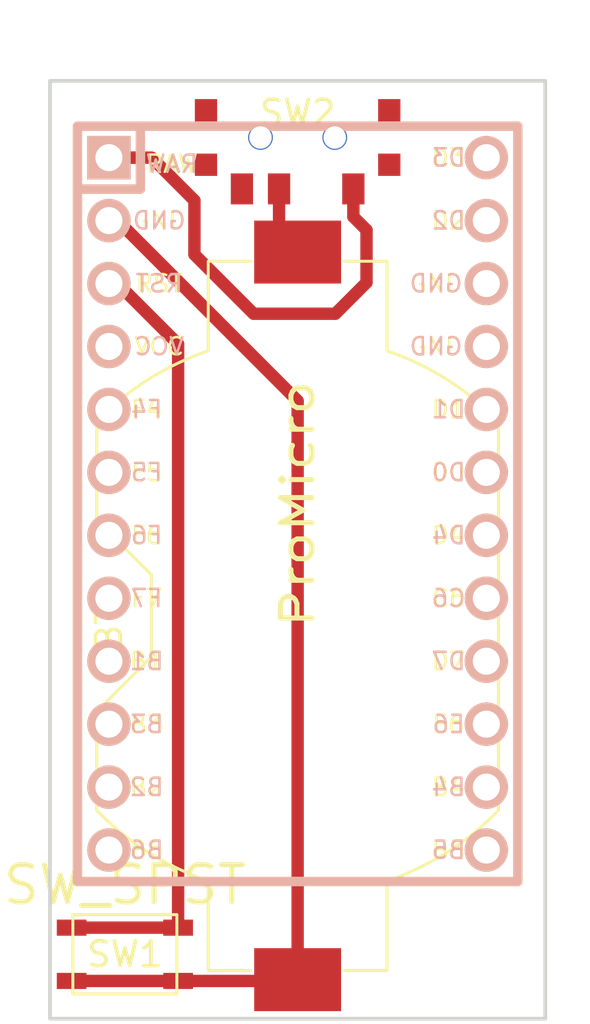
<source format=kicad_pcb>
(kicad_pcb (version 20171130) (host pcbnew "(5.0.0)")

  (general
    (thickness 1.6)
    (drawings 4)
    (tracks 24)
    (zones 0)
    (modules 4)
    (nets 5)
  )

  (page A4)
  (layers
    (0 F.Cu signal)
    (31 B.Cu signal)
    (32 B.Adhes user)
    (33 F.Adhes user)
    (34 B.Paste user)
    (35 F.Paste user)
    (36 B.SilkS user)
    (37 F.SilkS user)
    (38 B.Mask user)
    (39 F.Mask user)
    (40 Dwgs.User user)
    (41 Cmts.User user)
    (42 Eco1.User user)
    (43 Eco2.User user)
    (44 Edge.Cuts user)
    (45 Margin user)
    (46 B.CrtYd user)
    (47 F.CrtYd user)
    (48 B.Fab user)
    (49 F.Fab user)
  )

  (setup
    (last_trace_width 0.25)
    (user_trace_width 0.5)
    (trace_clearance 0.2)
    (zone_clearance 0.508)
    (zone_45_only no)
    (trace_min 0.2)
    (segment_width 0.2)
    (edge_width 0.15)
    (via_size 0.8)
    (via_drill 0.4)
    (via_min_size 0.4)
    (via_min_drill 0.3)
    (uvia_size 0.3)
    (uvia_drill 0.1)
    (uvias_allowed no)
    (uvia_min_size 0.2)
    (uvia_min_drill 0.1)
    (pcb_text_width 0.3)
    (pcb_text_size 1.5 1.5)
    (mod_edge_width 0.15)
    (mod_text_size 1 1)
    (mod_text_width 0.15)
    (pad_size 1.524 1.524)
    (pad_drill 0.762)
    (pad_to_mask_clearance 0.2)
    (aux_axis_origin 0 0)
    (visible_elements 7FFFFFFF)
    (pcbplotparams
      (layerselection 0x010fc_ffffffff)
      (usegerberextensions false)
      (usegerberattributes false)
      (usegerberadvancedattributes false)
      (creategerberjobfile false)
      (excludeedgelayer true)
      (linewidth 0.100000)
      (plotframeref false)
      (viasonmask false)
      (mode 1)
      (useauxorigin false)
      (hpglpennumber 1)
      (hpglpenspeed 20)
      (hpglpendiameter 15.000000)
      (psnegative false)
      (psa4output false)
      (plotreference true)
      (plotvalue true)
      (plotinvisibletext false)
      (padsonsilk false)
      (subtractmaskfromsilk false)
      (outputformat 1)
      (mirror false)
      (drillshape 0)
      (scaleselection 1)
      (outputdirectory "gerber/"))
  )

  (net 0 "")
  (net 1 GND)
  (net 2 "Net-(BT1-Pad1)")
  (net 3 "Net-(SW1-Pad1)")
  (net 4 "Net-(SW2-Pad1)")

  (net_class Default "This is the default net class."
    (clearance 0.2)
    (trace_width 0.25)
    (via_dia 0.8)
    (via_drill 0.4)
    (uvia_dia 0.3)
    (uvia_drill 0.1)
    (add_net GND)
    (add_net "Net-(BT1-Pad1)")
    (add_net "Net-(SW1-Pad1)")
    (add_net "Net-(SW2-Pad1)")
  )

  (net_class power ""
    (clearance 0.2)
    (trace_width 0.5)
    (via_dia 0.8)
    (via_drill 0.4)
    (uvia_dia 0.3)
    (uvia_drill 0.1)
  )

  (module footprints:SW_TACT_TS-1145A_C318904 (layer F.Cu) (tedit 5DCD763B) (tstamp 5E72BBB9)
    (at 121.294 96.207)
    (descr "Low-profile SMD Tactile Switch, https://www.e-switch.com/system/asset/product_line/data_sheet/165/TL3342.pdf")
    (tags "SPST Tactile Switch")
    (path /5E678E14)
    (attr smd)
    (fp_text reference SW1 (at 0 0) (layer F.SilkS)
      (effects (font (size 1 1) (thickness 0.15)))
    )
    (fp_text value SW_SPST (at 0 -2.8) (layer F.SilkS)
      (effects (font (size 1.5 1.5) (thickness 0.2)))
    )
    (fp_text user %R (at 0 0) (layer F.Fab)
      (effects (font (size 1 1) (thickness 0.15)))
    )
    (fp_line (start 2.1 -1.6) (end 2.1 1.6) (layer F.SilkS) (width 0.12))
    (fp_line (start -2.1 1.6) (end 2.1 1.6) (layer F.SilkS) (width 0.12))
    (fp_line (start -2.1 -1.6) (end -2.1 1.6) (layer F.SilkS) (width 0.12))
    (fp_line (start -2.1 -1.6) (end 2.1 -1.6) (layer F.SilkS) (width 0.12))
    (fp_line (start -3 -2) (end 3 -2) (layer F.CrtYd) (width 0.05))
    (fp_line (start 3 2) (end -3 2) (layer F.CrtYd) (width 0.05))
    (fp_line (start -3 2) (end -3 -4) (layer F.CrtYd) (width 0.05))
    (fp_line (start 3 -4) (end 3 2) (layer F.CrtYd) (width 0.05))
    (fp_line (start -3 -4) (end 3 -4) (layer F.CrtYd) (width 0.05))
    (pad 1 smd rect (at -2.15 -1.075) (size 1.2 0.65) (layers F.Cu F.Paste F.Mask)
      (net 3 "Net-(SW1-Pad1)"))
    (pad 1 smd rect (at 2.15 -1.075) (size 1.2 0.65) (layers F.Cu F.Paste F.Mask)
      (net 3 "Net-(SW1-Pad1)"))
    (pad 2 smd rect (at -2.15 1.075) (size 1.2 0.65) (layers F.Cu F.Paste F.Mask)
      (net 1 GND))
    (pad 2 smd rect (at 2.15 1.075) (size 1.2 0.65) (layers F.Cu F.Paste F.Mask)
      (net 1 GND))
    (model ${KISYS3DMOD}/Buttons_Switches_SMD.3dshapes/SW_SPST_TL3342.wrl
      (at (xyz 0 0 0))
      (scale (xyz 1 1 1))
      (rotate (xyz 0 0 0))
    )
  )

  (module footprints:Pro_Micro (layer F.Cu) (tedit 59284601) (tstamp 5E72BC3B)
    (at 128.27 76.506)
    (path /5E678A9E)
    (fp_text reference U1 (at 0.508 -14.732) (layer Eco1.User)
      (effects (font (size 1.27 1.524) (thickness 0.2032)))
    )
    (fp_text value ProMicro (at 0 1.524 90) (layer F.SilkS)
      (effects (font (size 1.27 1.524) (thickness 0.2032)))
    )
    (fp_line (start -6.35 -11.176) (end -8.89 -11.176) (layer B.SilkS) (width 0.381))
    (fp_line (start -6.35 -13.716) (end -6.35 -11.176) (layer B.SilkS) (width 0.381))
    (fp_line (start 8.89 16.764) (end 8.89 -13.716) (layer B.SilkS) (width 0.381))
    (fp_line (start -8.89 16.764) (end 8.89 16.764) (layer B.SilkS) (width 0.381))
    (fp_line (start -8.89 -13.716) (end -8.89 16.764) (layer B.SilkS) (width 0.381))
    (fp_line (start 8.89 -13.716) (end -8.89 -13.716) (layer B.SilkS) (width 0.381))
    (fp_text user RAW (at -5.08 -12.192) (layer B.SilkS)
      (effects (font (size 0.7 0.7) (thickness 0.1)) (justify mirror))
    )
    (fp_text user GND (at -5.588 -9.906) (layer B.SilkS)
      (effects (font (size 0.7 0.7) (thickness 0.1)) (justify mirror))
    )
    (fp_text user RST (at -5.588 -7.366) (layer B.SilkS)
      (effects (font (size 0.7 0.7) (thickness 0.1)) (justify mirror))
    )
    (fp_text user VCC (at -5.588 -4.826) (layer B.SilkS)
      (effects (font (size 0.7 0.7) (thickness 0.1)) (justify mirror))
    )
    (fp_text user F4 (at -6.096 -2.286) (layer B.SilkS)
      (effects (font (size 0.7 0.7) (thickness 0.1)) (justify mirror))
    )
    (fp_text user F5 (at -6.096 0.254) (layer B.SilkS)
      (effects (font (size 0.7 0.7) (thickness 0.1)) (justify mirror))
    )
    (fp_text user F7 (at -6.096 5.334) (layer B.SilkS)
      (effects (font (size 0.7 0.7) (thickness 0.1)) (justify mirror))
    )
    (fp_text user F6 (at -6.096 2.794) (layer B.SilkS)
      (effects (font (size 0.7 0.7) (thickness 0.1)) (justify mirror))
    )
    (fp_text user B1 (at -6.096 7.874) (layer B.SilkS)
      (effects (font (size 0.7 0.7) (thickness 0.1)) (justify mirror))
    )
    (fp_text user B3 (at -6.096 10.414) (layer B.SilkS)
      (effects (font (size 0.7 0.7) (thickness 0.1)) (justify mirror))
    )
    (fp_text user B2 (at -6.096 12.954) (layer B.SilkS)
      (effects (font (size 0.7 0.7) (thickness 0.1)) (justify mirror))
    )
    (fp_text user B6 (at -6.096 15.494) (layer B.SilkS)
      (effects (font (size 0.7 0.7) (thickness 0.1)) (justify mirror))
    )
    (fp_text user D3 (at 6.096 -12.446) (layer B.SilkS)
      (effects (font (size 0.7 0.7) (thickness 0.1)) (justify mirror))
    )
    (fp_text user D2 (at 6.096 -9.906) (layer B.SilkS)
      (effects (font (size 0.7 0.7) (thickness 0.1)) (justify mirror))
    )
    (fp_text user GND (at 5.588 -7.366) (layer B.SilkS)
      (effects (font (size 0.7 0.7) (thickness 0.1)) (justify mirror))
    )
    (fp_text user GND (at 5.588 -4.826) (layer B.SilkS)
      (effects (font (size 0.7 0.7) (thickness 0.1)) (justify mirror))
    )
    (fp_text user D1 (at 6.096 -2.286) (layer B.SilkS)
      (effects (font (size 0.7 0.7) (thickness 0.1)) (justify mirror))
    )
    (fp_text user D0 (at 6.096 0.254) (layer B.SilkS)
      (effects (font (size 0.7 0.7) (thickness 0.1)) (justify mirror))
    )
    (fp_text user D4 (at 6.096 2.794) (layer B.SilkS)
      (effects (font (size 0.7 0.7) (thickness 0.1)) (justify mirror))
    )
    (fp_text user C6 (at 6.096 5.334) (layer B.SilkS)
      (effects (font (size 0.7 0.7) (thickness 0.1)) (justify mirror))
    )
    (fp_text user D7 (at 6.096 7.874) (layer B.SilkS)
      (effects (font (size 0.7 0.7) (thickness 0.1)) (justify mirror))
    )
    (fp_text user E6 (at 6.096 10.414) (layer B.SilkS)
      (effects (font (size 0.7 0.7) (thickness 0.1)) (justify mirror))
    )
    (fp_text user B4 (at 6.096 12.954) (layer B.SilkS)
      (effects (font (size 0.7 0.7) (thickness 0.1)) (justify mirror))
    )
    (fp_text user B5 (at 6.096 15.494) (layer B.SilkS)
      (effects (font (size 0.7 0.7) (thickness 0.1)) (justify mirror))
    )
    (fp_text user B5 (at 6.096 15.494) (layer F.SilkS)
      (effects (font (size 0.7 0.7) (thickness 0.1)))
    )
    (fp_text user B4 (at 6.096 12.954) (layer F.SilkS)
      (effects (font (size 0.7 0.7) (thickness 0.1)))
    )
    (fp_text user E6 (at 6.096 10.414) (layer F.SilkS)
      (effects (font (size 0.7 0.7) (thickness 0.1)))
    )
    (fp_text user D7 (at 6.096 7.874) (layer F.SilkS)
      (effects (font (size 0.7 0.7) (thickness 0.1)))
    )
    (fp_text user C6 (at 6.096 5.334) (layer F.SilkS)
      (effects (font (size 0.7 0.7) (thickness 0.1)))
    )
    (fp_text user D4 (at 6.096 2.794) (layer F.SilkS)
      (effects (font (size 0.7 0.7) (thickness 0.1)))
    )
    (fp_text user D0 (at 6.096 0.254) (layer F.SilkS)
      (effects (font (size 0.7 0.7) (thickness 0.1)))
    )
    (fp_text user D1 (at 6.096 -2.286) (layer F.SilkS)
      (effects (font (size 0.7 0.7) (thickness 0.1)))
    )
    (fp_text user GND (at 5.588 -4.826) (layer F.SilkS)
      (effects (font (size 0.7 0.7) (thickness 0.1)))
    )
    (fp_text user GND (at 5.588 -7.366) (layer F.SilkS)
      (effects (font (size 0.7 0.7) (thickness 0.1)))
    )
    (fp_text user D2 (at 6.096 -9.906) (layer F.SilkS)
      (effects (font (size 0.7 0.7) (thickness 0.1)))
    )
    (fp_text user D3 (at 6.096 -12.446) (layer F.SilkS)
      (effects (font (size 0.7 0.7) (thickness 0.1)))
    )
    (fp_text user B6 (at -6.096 15.494) (layer F.SilkS)
      (effects (font (size 0.7 0.7) (thickness 0.1)))
    )
    (fp_text user B2 (at -6.096 12.954) (layer F.SilkS)
      (effects (font (size 0.7 0.7) (thickness 0.1)))
    )
    (fp_text user B3 (at -6.096 10.414) (layer F.SilkS)
      (effects (font (size 0.7 0.7) (thickness 0.1)))
    )
    (fp_text user B1 (at -6.096 7.874) (layer F.SilkS)
      (effects (font (size 0.7 0.7) (thickness 0.1)))
    )
    (fp_text user F6 (at -6.096 2.794) (layer F.SilkS)
      (effects (font (size 0.7 0.7) (thickness 0.1)))
    )
    (fp_text user F7 (at -6.096 5.334) (layer F.SilkS)
      (effects (font (size 0.7 0.7) (thickness 0.1)))
    )
    (fp_text user F5 (at -6.096 0.254) (layer F.SilkS)
      (effects (font (size 0.7 0.7) (thickness 0.1)))
    )
    (fp_text user F4 (at -6.096 -2.286) (layer F.SilkS)
      (effects (font (size 0.7 0.7) (thickness 0.1)))
    )
    (fp_text user VCC (at -5.588 -4.826) (layer F.SilkS)
      (effects (font (size 0.7 0.7) (thickness 0.1)))
    )
    (fp_text user RST (at -5.588 -7.366) (layer F.SilkS)
      (effects (font (size 0.7 0.7) (thickness 0.1)))
    )
    (fp_text user GND (at -5.588 -9.906) (layer F.SilkS)
      (effects (font (size 0.7 0.7) (thickness 0.1)))
    )
    (fp_text user RAW (at -5.08 -12.192) (layer F.SilkS)
      (effects (font (size 0.7 0.7) (thickness 0.1)))
    )
    (fp_line (start 8.89 -13.716) (end -8.89 -13.716) (layer F.SilkS) (width 0.381))
    (fp_line (start -8.89 -13.716) (end -8.89 16.764) (layer F.SilkS) (width 0.381))
    (fp_line (start -8.89 16.764) (end 8.89 16.764) (layer F.SilkS) (width 0.381))
    (fp_line (start 8.89 16.764) (end 8.89 -13.716) (layer F.SilkS) (width 0.381))
    (fp_line (start -6.35 -13.716) (end -6.35 -11.176) (layer F.SilkS) (width 0.381))
    (fp_line (start -6.35 -11.176) (end -8.89 -11.176) (layer F.SilkS) (width 0.381))
    (pad 1 thru_hole rect (at -7.62 -12.446 270) (size 1.7526 1.7526) (drill 1.0922) (layers *.Cu *.SilkS *.Mask)
      (net 4 "Net-(SW2-Pad1)"))
    (pad 2 thru_hole circle (at -7.62 -9.906 270) (size 1.7526 1.7526) (drill 1.0922) (layers *.Cu *.SilkS *.Mask)
      (net 1 GND))
    (pad 3 thru_hole circle (at -7.62 -7.366 270) (size 1.7526 1.7526) (drill 1.0922) (layers *.Cu *.SilkS *.Mask)
      (net 3 "Net-(SW1-Pad1)"))
    (pad 4 thru_hole circle (at -7.62 -4.826 270) (size 1.7526 1.7526) (drill 1.0922) (layers *.Cu *.SilkS *.Mask))
    (pad 5 thru_hole circle (at -7.62 -2.286 270) (size 1.7526 1.7526) (drill 1.0922) (layers *.Cu *.SilkS *.Mask))
    (pad 6 thru_hole circle (at -7.62 0.254 270) (size 1.7526 1.7526) (drill 1.0922) (layers *.Cu *.SilkS *.Mask))
    (pad 7 thru_hole circle (at -7.62 2.794 270) (size 1.7526 1.7526) (drill 1.0922) (layers *.Cu *.SilkS *.Mask))
    (pad 8 thru_hole circle (at -7.62 5.334 270) (size 1.7526 1.7526) (drill 1.0922) (layers *.Cu *.SilkS *.Mask))
    (pad 9 thru_hole circle (at -7.62 7.874 270) (size 1.7526 1.7526) (drill 1.0922) (layers *.Cu *.SilkS *.Mask))
    (pad 10 thru_hole circle (at -7.62 10.414 270) (size 1.7526 1.7526) (drill 1.0922) (layers *.Cu *.SilkS *.Mask))
    (pad 11 thru_hole circle (at -7.62 12.954 270) (size 1.7526 1.7526) (drill 1.0922) (layers *.Cu *.SilkS *.Mask))
    (pad 12 thru_hole circle (at -7.62 15.494 270) (size 1.7526 1.7526) (drill 1.0922) (layers *.Cu *.SilkS *.Mask))
    (pad 24 thru_hole circle (at 7.62 15.494 270) (size 1.7526 1.7526) (drill 1.0922) (layers *.Cu *.SilkS *.Mask))
    (pad 23 thru_hole circle (at 7.62 12.954 270) (size 1.7526 1.7526) (drill 1.0922) (layers *.Cu *.SilkS *.Mask))
    (pad 22 thru_hole circle (at 7.62 10.414 270) (size 1.7526 1.7526) (drill 1.0922) (layers *.Cu *.SilkS *.Mask))
    (pad 21 thru_hole circle (at 7.62 7.874 270) (size 1.7526 1.7526) (drill 1.0922) (layers *.Cu *.SilkS *.Mask))
    (pad 20 thru_hole circle (at 7.62 5.334 270) (size 1.7526 1.7526) (drill 1.0922) (layers *.Cu *.SilkS *.Mask))
    (pad 19 thru_hole circle (at 7.62 2.794 270) (size 1.7526 1.7526) (drill 1.0922) (layers *.Cu *.SilkS *.Mask))
    (pad 18 thru_hole circle (at 7.62 0.254 270) (size 1.7526 1.7526) (drill 1.0922) (layers *.Cu *.SilkS *.Mask))
    (pad 17 thru_hole circle (at 7.62 -2.286 270) (size 1.7526 1.7526) (drill 1.0922) (layers *.Cu *.SilkS *.Mask))
    (pad 16 thru_hole circle (at 7.62 -4.826 270) (size 1.7526 1.7526) (drill 1.0922) (layers *.Cu *.SilkS *.Mask))
    (pad 15 thru_hole circle (at 7.62 -7.366 270) (size 1.7526 1.7526) (drill 1.0922) (layers *.Cu *.SilkS *.Mask))
    (pad 14 thru_hole circle (at 7.62 -9.906 270) (size 1.7526 1.7526) (drill 1.0922) (layers *.Cu *.SilkS *.Mask))
    (pad 13 thru_hole circle (at 7.62 -12.446 270) (size 1.7526 1.7526) (drill 1.0922) (layers *.Cu *.SilkS *.Mask))
  )

  (module E73:Keystone_1058_1x2032-CoinCell (layer F.Cu) (tedit 589EE147) (tstamp 5E730D59)
    (at 128.27 82.55 270)
    (descr http://www.keyelco.com/product-pdf.cfm?p=14028)
    (tags "Keystone type 1058 coin cell retainer")
    (path /5E678C16)
    (attr smd)
    (fp_text reference BT1 (at 0 7.62 270) (layer F.SilkS)
      (effects (font (size 1 1) (thickness 0.15)))
    )
    (fp_text value Battery_Cell (at 0 -9.398 270) (layer F.Fab)
      (effects (font (size 1 1) (thickness 0.15)))
    )
    (fp_arc (start 0 0) (end 11.06 4.11) (angle 139.2) (layer F.CrtYd) (width 0.05))
    (fp_arc (start 0 0) (end -11.06 -4.11) (angle 139.2) (layer F.CrtYd) (width 0.05))
    (fp_line (start 11.06 4.11) (end 16.45 4.11) (layer F.CrtYd) (width 0.05))
    (fp_line (start 16.45 4.11) (end 16.45 -4.11) (layer F.CrtYd) (width 0.05))
    (fp_line (start 16.45 -4.11) (end 11.06 -4.11) (layer F.CrtYd) (width 0.05))
    (fp_line (start -16.45 -4.11) (end -11.06 -4.11) (layer F.CrtYd) (width 0.05))
    (fp_line (start -16.45 -4.11) (end -16.45 4.11) (layer F.CrtYd) (width 0.05))
    (fp_line (start -16.45 4.11) (end -11.06 4.11) (layer F.CrtYd) (width 0.05))
    (fp_arc (start 0 0) (end -10.692 3.61) (angle -27.3) (layer F.SilkS) (width 0.12))
    (fp_arc (start 0 0) (end 10.692 -3.61) (angle -27.3) (layer F.SilkS) (width 0.12))
    (fp_arc (start 0 0) (end 10.692 3.61) (angle 27.3) (layer F.SilkS) (width 0.12))
    (fp_arc (start 0 0) (end -10.692 -3.61) (angle 27.3) (layer F.SilkS) (width 0.12))
    (fp_line (start -14.31 1.9) (end -14.31 3.61) (layer F.SilkS) (width 0.12))
    (fp_line (start -10.692 3.61) (end -14.31 3.61) (layer F.SilkS) (width 0.12))
    (fp_line (start -3.86 8.11) (end -7.8473 8.11) (layer F.SilkS) (width 0.12))
    (fp_line (start -1.66 5.91) (end -3.86 8.11) (layer F.SilkS) (width 0.12))
    (fp_line (start 1.66 5.91) (end -1.66 5.91) (layer F.SilkS) (width 0.12))
    (fp_line (start 1.66 5.91) (end 3.86 8.11) (layer F.SilkS) (width 0.12))
    (fp_line (start 7.8473 8.11) (end 3.86 8.11) (layer F.SilkS) (width 0.12))
    (fp_line (start 14.31 1.9) (end 14.31 3.61) (layer F.SilkS) (width 0.12))
    (fp_line (start 14.31 3.61) (end 10.692 3.61) (layer F.SilkS) (width 0.12))
    (fp_line (start 10.692 -3.61) (end 14.31 -3.61) (layer F.SilkS) (width 0.12))
    (fp_line (start 14.31 -1.9) (end 14.31 -3.61) (layer F.SilkS) (width 0.12))
    (fp_line (start -7.8473 -8.11) (end 7.8473 -8.11) (layer F.SilkS) (width 0.12))
    (fp_line (start -14.31 -1.9) (end -14.31 -3.61) (layer F.SilkS) (width 0.12))
    (fp_line (start -14.31 -3.61) (end -10.692 -3.61) (layer F.SilkS) (width 0.12))
    (fp_arc (start 0 0) (end -10.61275 3.5) (angle -27.4635) (layer F.Fab) (width 0.1))
    (fp_arc (start 0 0) (end 10.61275 -3.5) (angle -27.4635) (layer F.Fab) (width 0.1))
    (fp_arc (start 0 0) (end 10.61275 3.5) (angle 27.4635) (layer F.Fab) (width 0.1))
    (fp_line (start 14.2 1.9) (end 14.2 3.5) (layer F.Fab) (width 0.1))
    (fp_line (start 14.2 3.5) (end 10.61275 3.5) (layer F.Fab) (width 0.1))
    (fp_line (start 10.61275 -3.5) (end 14.2 -3.5) (layer F.Fab) (width 0.1))
    (fp_line (start 14.2 -3.5) (end 14.2 -1.9) (layer F.Fab) (width 0.1))
    (fp_line (start -14.2 1.9) (end -14.2 3.5) (layer F.Fab) (width 0.1))
    (fp_line (start -14.2 3.5) (end -10.61275 3.5) (layer F.Fab) (width 0.1))
    (fp_line (start 3.9 8) (end 7.8026 8) (layer F.Fab) (width 0.1))
    (fp_line (start 1.7 5.8) (end 3.9 8) (layer F.Fab) (width 0.1))
    (fp_line (start -1.7 5.8) (end -3.9 8) (layer F.Fab) (width 0.1))
    (fp_line (start -1.7 5.8) (end 1.7 5.8) (layer F.Fab) (width 0.1))
    (fp_line (start -14.2 -3.5) (end -10.61275 -3.5) (layer F.Fab) (width 0.1))
    (fp_line (start -14.2 -3.5) (end -14.2 -1.9) (layer F.Fab) (width 0.1))
    (fp_line (start -3.9 8) (end -7.8026 8) (layer F.Fab) (width 0.1))
    (fp_line (start -7.8026 -8) (end 7.8026 -8) (layer F.Fab) (width 0.1))
    (fp_arc (start 0 0) (end -10.61275 -3.5) (angle 27.4635) (layer F.Fab) (width 0.1))
    (fp_circle (center 0 0) (end 10 0) (layer Dwgs.User) (width 0.15))
    (pad 1 smd rect (at -14.68 0 270) (size 2.54 3.51) (layers F.Cu F.Paste F.Mask)
      (net 2 "Net-(BT1-Pad1)"))
    (pad 2 smd rect (at 14.68 0 270) (size 2.54 3.51) (layers F.Cu F.Paste F.Mask)
      (net 1 GND))
  )

  (module E73:SPDT_C128955 (layer F.Cu) (tedit 5AC041DC) (tstamp 5E730D8B)
    (at 128.27 63.246)
    (path /5E678B23)
    (fp_text reference SW2 (at 0 -1) (layer F.SilkS)
      (effects (font (size 1 1) (thickness 0.15)))
    )
    (fp_text value SW_SPDT (at -0.05 -4.7) (layer F.Fab)
      (effects (font (size 1 1) (thickness 0.15)))
    )
    (fp_line (start 0 -3.85) (end 1.9 -3.85) (layer F.Fab) (width 0.15))
    (fp_line (start 1.9 -3.85) (end 1.95 -1.35) (layer F.Fab) (width 0.15))
    (fp_line (start 1.95 -1.35) (end -1.95 -1.35) (layer F.Fab) (width 0.15))
    (fp_line (start -1.95 -1.35) (end -1.95 -3.85) (layer F.Fab) (width 0.15))
    (fp_line (start -1.95 -3.85) (end 0 -3.85) (layer F.Fab) (width 0.15))
    (fp_line (start 0 -1.35) (end -3.3 -1.35) (layer F.Fab) (width 0.15))
    (fp_line (start -3.3 -1.35) (end -3.3 1.5) (layer F.Fab) (width 0.15))
    (fp_line (start -3.3 1.5) (end 3.3 1.5) (layer F.Fab) (width 0.15))
    (fp_line (start 3.3 1.5) (end 3.3 -1.35) (layer F.Fab) (width 0.15))
    (fp_line (start 0 -1.35) (end 3.3 -1.35) (layer F.Fab) (width 0.15))
    (pad "" np_thru_hole circle (at 1.5 0) (size 1 1) (drill 0.9) (layers *.Cu *.Mask))
    (pad "" np_thru_hole circle (at -1.5 0) (size 1 1) (drill 0.9) (layers *.Cu *.Mask))
    (pad 2 smd rect (at -0.75 2.075) (size 0.9 1.25) (layers F.Cu F.Paste F.Mask)
      (net 2 "Net-(BT1-Pad1)"))
    (pad 3 smd rect (at -2.25 2.075) (size 0.9 1.25) (layers F.Cu F.Paste F.Mask))
    (pad 1 smd rect (at 2.25 2.075) (size 0.9 1.25) (layers F.Cu F.Paste F.Mask)
      (net 4 "Net-(SW2-Pad1)"))
    (pad 0 smd rect (at 3.7 -1.1) (size 0.9 0.9) (layers F.Cu F.Paste F.Mask))
    (pad 0 smd rect (at 3.7 1.1) (size 0.9 0.9) (layers F.Cu F.Paste F.Mask))
    (pad 0 smd rect (at -3.7 1.1) (size 0.9 0.9) (layers F.Cu F.Paste F.Mask))
    (pad 0 smd rect (at -3.7 -1.1) (size 0.9 0.9) (layers F.Cu F.Paste F.Mask))
  )

  (gr_line (start 118.27 60.96) (end 118.27 98.806) (layer Edge.Cuts) (width 0.15))
  (gr_line (start 138.27 60.96) (end 118.27 60.96) (layer Edge.Cuts) (width 0.15))
  (gr_line (start 138.27 98.806) (end 138.27 60.96) (layer Edge.Cuts) (width 0.15))
  (gr_line (start 118.27 98.806) (end 138.27 98.806) (layer Edge.Cuts) (width 0.15))

  (segment (start 119.144 97.282) (end 123.444 97.282) (width 0.5) (layer F.Cu) (net 1))
  (segment (start 128.218 97.282) (end 128.27 97.23) (width 0.5) (layer F.Cu) (net 1))
  (segment (start 123.444 97.282) (end 128.218 97.282) (width 0.5) (layer F.Cu) (net 1))
  (segment (start 128.27 73.87) (end 128.27 97.23) (width 0.5) (layer F.Cu) (net 1))
  (segment (start 121 66.6) (end 128.27 73.87) (width 0.5) (layer F.Cu) (net 1))
  (segment (start 120.65 66.6) (end 121 66.6) (width 0.5) (layer F.Cu) (net 1))
  (segment (start 128.052 67.652) (end 128.27 67.87) (width 0.5) (layer F.Cu) (net 2))
  (segment (start 127.52 67.12) (end 128.27 67.87) (width 0.5) (layer F.Cu) (net 2))
  (segment (start 127.52 65.321) (end 127.52 67.12) (width 0.5) (layer F.Cu) (net 2))
  (segment (start 119.144 95.132) (end 123.444 95.132) (width 0.5) (layer F.Cu) (net 3))
  (segment (start 123.444 71.584) (end 123.444 95.132) (width 0.5) (layer F.Cu) (net 3))
  (segment (start 121 69.14) (end 123.444 71.584) (width 0.5) (layer F.Cu) (net 3))
  (segment (start 120.65 69.14) (end 121 69.14) (width 0.5) (layer F.Cu) (net 3))
  (segment (start 122.3763 64.06) (end 124.1023 65.786) (width 0.5) (layer F.Cu) (net 4))
  (segment (start 124.1023 65.786) (end 124.1023 67.9683) (width 0.5) (layer F.Cu) (net 4))
  (segment (start 124.1023 67.9683) (end 126.492 70.358) (width 0.5) (layer F.Cu) (net 4))
  (segment (start 126.492 70.358) (end 129.794 70.358) (width 0.5) (layer F.Cu) (net 4))
  (segment (start 129.794 70.358) (end 131.052 69.1) (width 0.5) (layer F.Cu) (net 4))
  (segment (start 131.052 66.978) (end 131.052 69.1) (width 0.5) (layer F.Cu) (net 4))
  (segment (start 130.52 66.446) (end 131.052 66.978) (width 0.5) (layer F.Cu) (net 4))
  (segment (start 130.52 65.321) (end 130.52 66.446) (width 0.5) (layer F.Cu) (net 4))
  (segment (start 120.65 64.06) (end 121.92 64.06) (width 0.5) (layer F.Cu) (net 4))
  (segment (start 121 64.06) (end 121.92 64.06) (width 0.5) (layer F.Cu) (net 4))
  (segment (start 121.92 64.06) (end 122.3763 64.06) (width 0.5) (layer F.Cu) (net 4))

)

</source>
